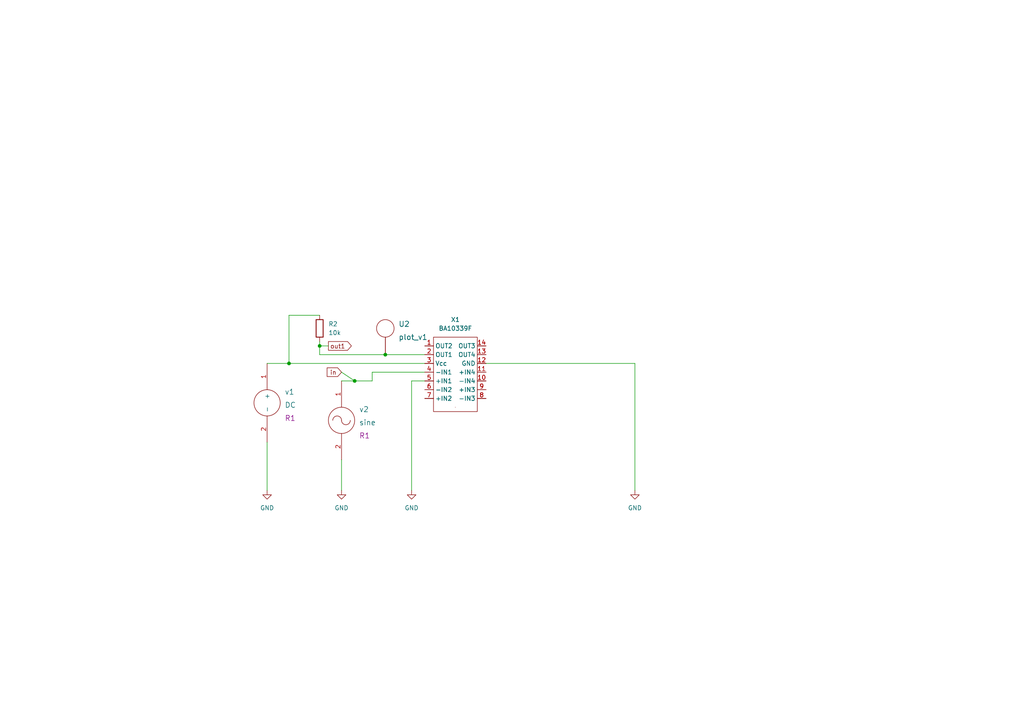
<source format=kicad_sch>
(kicad_sch (version 20211123) (generator eeschema)

  (uuid 1e5ffdd7-484e-4909-ab51-a734b8b7d09e)

  (paper "A4")

  (lib_symbols
    (symbol "eSim_Devices:resistor" (pin_numbers hide) (pin_names (offset 0)) (in_bom yes) (on_board yes)
      (property "Reference" "R" (id 0) (at 1.27 3.302 0)
        (effects (font (size 1.27 1.27)))
      )
      (property "Value" "resistor" (id 1) (at 1.27 -1.27 0)
        (effects (font (size 1.27 1.27)))
      )
      (property "Footprint" "" (id 2) (at 1.27 -0.508 0)
        (effects (font (size 0.762 0.762)))
      )
      (property "Datasheet" "" (id 3) (at 1.27 1.27 90)
        (effects (font (size 0.762 0.762)))
      )
      (property "ki_fp_filters" "R_* Resistor_*" (id 4) (at 0 0 0)
        (effects (font (size 1.27 1.27)) hide)
      )
      (symbol "resistor_0_1"
        (rectangle (start 3.81 0.254) (end -1.27 2.286)
          (stroke (width 0.254) (type default) (color 0 0 0 0))
          (fill (type none))
        )
      )
      (symbol "resistor_1_1"
        (pin passive line (at -2.54 1.27 0) (length 1.27)
          (name "~" (effects (font (size 1.524 1.524))))
          (number "1" (effects (font (size 1.524 1.524))))
        )
        (pin passive line (at 5.08 1.27 180) (length 1.27)
          (name "~" (effects (font (size 1.524 1.524))))
          (number "2" (effects (font (size 1.524 1.524))))
        )
      )
    )
    (symbol "eSim_Plot:plot_v1" (pin_names (offset 1.016)) (in_bom yes) (on_board yes)
      (property "Reference" "U" (id 0) (at 0 12.7 0)
        (effects (font (size 1.524 1.524)))
      )
      (property "Value" "plot_v1" (id 1) (at 5.08 8.89 0)
        (effects (font (size 1.524 1.524)))
      )
      (property "Footprint" "" (id 2) (at 0 0 0)
        (effects (font (size 1.524 1.524)))
      )
      (property "Datasheet" "" (id 3) (at 0 0 0)
        (effects (font (size 1.524 1.524)))
      )
      (symbol "plot_v1_0_1"
        (circle (center 0 12.7) (radius 2.54)
          (stroke (width 0) (type default) (color 0 0 0 0))
          (fill (type none))
        )
      )
      (symbol "plot_v1_1_1"
        (pin input line (at 0 5.08 90) (length 5.08)
          (name "~" (effects (font (size 1.27 1.27))))
          (number "~" (effects (font (size 1.27 1.27))))
        )
      )
    )
    (symbol "eSim_Power:eSim_GND" (power) (pin_names (offset 0)) (in_bom yes) (on_board yes)
      (property "Reference" "#PWR" (id 0) (at 0 -6.35 0)
        (effects (font (size 1.27 1.27)) hide)
      )
      (property "Value" "eSim_GND" (id 1) (at 0 -3.81 0)
        (effects (font (size 1.27 1.27)))
      )
      (property "Footprint" "" (id 2) (at 0 0 0)
        (effects (font (size 1.27 1.27)) hide)
      )
      (property "Datasheet" "" (id 3) (at 0 0 0)
        (effects (font (size 1.27 1.27)) hide)
      )
      (symbol "eSim_GND_0_1"
        (polyline
          (pts
            (xy 0 0)
            (xy 0 -1.27)
            (xy 1.27 -1.27)
            (xy 0 -2.54)
            (xy -1.27 -1.27)
            (xy 0 -1.27)
          )
          (stroke (width 0) (type default) (color 0 0 0 0))
          (fill (type none))
        )
      )
      (symbol "eSim_GND_1_1"
        (pin power_in line (at 0 0 270) (length 0) hide
          (name "GND" (effects (font (size 1.27 1.27))))
          (number "1" (effects (font (size 1.27 1.27))))
        )
      )
    )
    (symbol "eSim_Sources:DC" (pin_names (offset 1.016)) (in_bom yes) (on_board yes)
      (property "Reference" "v" (id 0) (at -5.08 2.54 0)
        (effects (font (size 1.524 1.524)))
      )
      (property "Value" "DC" (id 1) (at -5.08 -1.27 0)
        (effects (font (size 1.524 1.524)))
      )
      (property "Footprint" "R1" (id 2) (at -7.62 0 0)
        (effects (font (size 1.524 1.524)))
      )
      (property "Datasheet" "" (id 3) (at 0 0 0)
        (effects (font (size 1.524 1.524)))
      )
      (property "ki_fp_filters" "1_pin" (id 4) (at 0 0 0)
        (effects (font (size 1.27 1.27)) hide)
      )
      (symbol "DC_0_1"
        (circle (center 0 0) (radius 3.81)
          (stroke (width 0) (type default) (color 0 0 0 0))
          (fill (type none))
        )
      )
      (symbol "DC_1_1"
        (pin power_out line (at 0 11.43 270) (length 7.62)
          (name "+" (effects (font (size 1.27 1.27))))
          (number "1" (effects (font (size 1.27 1.27))))
        )
        (pin power_out line (at 0 -11.43 90) (length 7.62)
          (name "-" (effects (font (size 1.27 1.27))))
          (number "2" (effects (font (size 1.27 1.27))))
        )
      )
    )
    (symbol "eSim_Sources:sine" (pin_names (offset 1.016)) (in_bom yes) (on_board yes)
      (property "Reference" "v" (id 0) (at -5.08 2.54 0)
        (effects (font (size 1.524 1.524)))
      )
      (property "Value" "sine" (id 1) (at -5.08 -1.27 0)
        (effects (font (size 1.524 1.524)))
      )
      (property "Footprint" "R1" (id 2) (at -7.62 0 0)
        (effects (font (size 1.524 1.524)))
      )
      (property "Datasheet" "" (id 3) (at 0 0 0)
        (effects (font (size 1.524 1.524)))
      )
      (property "ki_fp_filters" "1_pin" (id 4) (at 0 0 0)
        (effects (font (size 1.27 1.27)) hide)
      )
      (symbol "sine_0_1"
        (arc (start 0 0) (mid -1.27 1.27) (end -2.54 0)
          (stroke (width 0) (type default) (color 0 0 0 0))
          (fill (type none))
        )
        (arc (start 0 0) (mid 1.27 -1.27) (end 2.54 0)
          (stroke (width 0) (type default) (color 0 0 0 0))
          (fill (type none))
        )
        (circle (center 0 0) (radius 3.81)
          (stroke (width 0) (type default) (color 0 0 0 0))
          (fill (type none))
        )
      )
      (symbol "sine_1_1"
        (pin input line (at 0 11.43 270) (length 7.62)
          (name "+" (effects (font (size 0 0))))
          (number "1" (effects (font (size 1.27 1.27))))
        )
        (pin input line (at 0 -11.43 90) (length 7.62)
          (name "-" (effects (font (size 0 0))))
          (number "2" (effects (font (size 1.27 1.27))))
        )
      )
    )
    (symbol "eSim_Subckt:BA10339F" (in_bom yes) (on_board yes)
      (property "Reference" "X" (id 0) (at 0 -11.43 0)
        (effects (font (size 1.27 1.27)))
      )
      (property "Value" "BA10339F" (id 1) (at 0 13.97 0)
        (effects (font (size 1.27 1.27)))
      )
      (property "Footprint" "" (id 2) (at 0 0 0)
        (effects (font (size 1.27 1.27)) hide)
      )
      (property "Datasheet" "" (id 3) (at 0 0 0)
        (effects (font (size 1.27 1.27)) hide)
      )
      (symbol "BA10339F_0_1"
        (rectangle (start -6.35 11.43) (end 6.35 -10.16)
          (stroke (width 0) (type default) (color 0 0 0 0))
          (fill (type none))
        )
        (rectangle (start 0 -8.89) (end 0 -8.89)
          (stroke (width 0) (type default) (color 0 0 0 0))
          (fill (type none))
        )
      )
      (symbol "BA10339F_1_1"
        (pin bidirectional line (at -8.89 8.89 0) (length 2.54)
          (name "OUT2" (effects (font (size 1.27 1.27))))
          (number "1" (effects (font (size 1.27 1.27))))
        )
        (pin input line (at 8.89 -1.27 180) (length 2.54)
          (name "-IN4" (effects (font (size 1.27 1.27))))
          (number "10" (effects (font (size 1.27 1.27))))
        )
        (pin input line (at 8.89 1.27 180) (length 2.54)
          (name "+IN4" (effects (font (size 1.27 1.27))))
          (number "11" (effects (font (size 1.27 1.27))))
        )
        (pin input line (at 8.89 3.81 180) (length 2.54)
          (name "GND" (effects (font (size 1.27 1.27))))
          (number "12" (effects (font (size 1.27 1.27))))
        )
        (pin bidirectional line (at 8.89 6.35 180) (length 2.54)
          (name "OUT4" (effects (font (size 1.27 1.27))))
          (number "13" (effects (font (size 1.27 1.27))))
        )
        (pin bidirectional line (at 8.89 8.89 180) (length 2.54)
          (name "OUT3" (effects (font (size 1.27 1.27))))
          (number "14" (effects (font (size 1.27 1.27))))
        )
        (pin bidirectional line (at -8.89 6.35 0) (length 2.54)
          (name "OUT1" (effects (font (size 1.27 1.27))))
          (number "2" (effects (font (size 1.27 1.27))))
        )
        (pin input line (at -8.89 3.81 0) (length 2.54)
          (name "Vcc" (effects (font (size 1.27 1.27))))
          (number "3" (effects (font (size 1.27 1.27))))
        )
        (pin input line (at -8.89 1.27 0) (length 2.54)
          (name "-IN1" (effects (font (size 1.27 1.27))))
          (number "4" (effects (font (size 1.27 1.27))))
        )
        (pin input line (at -8.89 -1.27 0) (length 2.54)
          (name "+IN1" (effects (font (size 1.27 1.27))))
          (number "5" (effects (font (size 1.27 1.27))))
        )
        (pin input line (at -8.89 -3.81 0) (length 2.54)
          (name "-IN2" (effects (font (size 1.27 1.27))))
          (number "6" (effects (font (size 1.27 1.27))))
        )
        (pin input line (at -8.89 -6.35 0) (length 2.54)
          (name "+IN2" (effects (font (size 1.27 1.27))))
          (number "7" (effects (font (size 1.27 1.27))))
        )
        (pin input line (at 8.89 -6.35 180) (length 2.54)
          (name "-IN3" (effects (font (size 1.27 1.27))))
          (number "8" (effects (font (size 1.27 1.27))))
        )
        (pin input line (at 8.89 -3.81 180) (length 2.54)
          (name "+IN3" (effects (font (size 1.27 1.27))))
          (number "9" (effects (font (size 1.27 1.27))))
        )
      )
    )
  )

  (junction (at 102.87 110.49) (diameter 0) (color 0 0 0 0)
    (uuid 4bb39646-1c0d-4dd1-852f-276789873c9c)
  )
  (junction (at 111.76 102.87) (diameter 0) (color 0 0 0 0)
    (uuid 61bd4396-dd18-4324-a132-2b6d24d3c147)
  )
  (junction (at 83.82 105.41) (diameter 0) (color 0 0 0 0)
    (uuid c857fe18-5bf7-4361-9846-7e3d9d042c1f)
  )
  (junction (at 92.71 100.33) (diameter 0) (color 0 0 0 0)
    (uuid ce4515ba-dc89-4d1f-950a-4e0ce448736f)
  )

  (wire (pts (xy 107.95 107.95) (xy 123.19 107.95))
    (stroke (width 0) (type default) (color 0 0 0 0))
    (uuid 06b9ae02-f7fc-4a69-885e-387cab2f8926)
  )
  (wire (pts (xy 184.15 105.41) (xy 184.15 142.24))
    (stroke (width 0) (type default) (color 0 0 0 0))
    (uuid 0ad37dd4-1b4b-40a2-92ef-41c67636249a)
  )
  (wire (pts (xy 83.82 91.44) (xy 83.82 105.41))
    (stroke (width 0) (type default) (color 0 0 0 0))
    (uuid 0c8eca49-db99-42a3-95db-db951f9ebb55)
  )
  (wire (pts (xy 92.71 99.06) (xy 92.71 100.33))
    (stroke (width 0) (type default) (color 0 0 0 0))
    (uuid 0eb498a0-2367-436b-a9e2-9cf9cc0ca3cc)
  )
  (wire (pts (xy 92.71 100.33) (xy 92.71 102.87))
    (stroke (width 0) (type default) (color 0 0 0 0))
    (uuid 10fab9ed-9ba0-447d-b2f4-ec86c94239b0)
  )
  (wire (pts (xy 99.06 107.95) (xy 102.87 110.49))
    (stroke (width 0) (type default) (color 0 0 0 0))
    (uuid 4528b31a-1718-479d-ae79-210b35f9480e)
  )
  (wire (pts (xy 92.71 100.33) (xy 95.25 100.33))
    (stroke (width 0) (type default) (color 0 0 0 0))
    (uuid 5823ffda-ca1e-4e19-af87-5590a7eff681)
  )
  (wire (pts (xy 102.87 110.49) (xy 107.95 110.49))
    (stroke (width 0) (type default) (color 0 0 0 0))
    (uuid 66a7011f-bc0b-477d-ac4b-5fc76a3673f5)
  )
  (wire (pts (xy 140.97 105.41) (xy 184.15 105.41))
    (stroke (width 0) (type default) (color 0 0 0 0))
    (uuid 6d905fd4-1397-4dba-85eb-4b844fadf89c)
  )
  (wire (pts (xy 77.47 105.41) (xy 83.82 105.41))
    (stroke (width 0) (type default) (color 0 0 0 0))
    (uuid 77e3021f-2921-4a2a-b0c8-c8d40a427b9d)
  )
  (wire (pts (xy 83.82 105.41) (xy 123.19 105.41))
    (stroke (width 0) (type default) (color 0 0 0 0))
    (uuid 7ae09e9a-5778-44fd-87b3-ec1bb48134b7)
  )
  (wire (pts (xy 99.06 110.49) (xy 102.87 110.49))
    (stroke (width 0) (type default) (color 0 0 0 0))
    (uuid 89a4e149-636b-4b88-9de2-933cf1356602)
  )
  (wire (pts (xy 119.38 110.49) (xy 119.38 142.24))
    (stroke (width 0) (type default) (color 0 0 0 0))
    (uuid 9aa379dd-4cc7-49a1-abe7-5d7d9f44e3d2)
  )
  (wire (pts (xy 107.95 107.95) (xy 107.95 110.49))
    (stroke (width 0) (type default) (color 0 0 0 0))
    (uuid 9b54b3ff-1102-4f6e-86ae-0117069a60c2)
  )
  (wire (pts (xy 77.47 128.27) (xy 77.47 142.24))
    (stroke (width 0) (type default) (color 0 0 0 0))
    (uuid af874595-24e7-405b-b22c-c8ac99b483d6)
  )
  (wire (pts (xy 123.19 110.49) (xy 119.38 110.49))
    (stroke (width 0) (type default) (color 0 0 0 0))
    (uuid b2b61eee-4336-4f28-b104-2d48101cc697)
  )
  (wire (pts (xy 83.82 91.44) (xy 92.71 91.44))
    (stroke (width 0) (type default) (color 0 0 0 0))
    (uuid b48ac4d7-67af-4a0d-9265-6484491c0aa4)
  )
  (wire (pts (xy 111.76 102.87) (xy 123.19 102.87))
    (stroke (width 0) (type default) (color 0 0 0 0))
    (uuid b8f8446c-0fbe-4597-8946-ff32ea5acb9e)
  )
  (wire (pts (xy 92.71 102.87) (xy 111.76 102.87))
    (stroke (width 0) (type default) (color 0 0 0 0))
    (uuid cd5f75c4-000a-40f7-9740-a5b90c9897c3)
  )
  (wire (pts (xy 99.06 133.35) (xy 99.06 142.24))
    (stroke (width 0) (type default) (color 0 0 0 0))
    (uuid f129caf7-a3fe-4ed9-9669-515a45b36248)
  )

  (global_label "out1" (shape output) (at 95.25 100.33 0) (fields_autoplaced)
    (effects (font (size 1.27 1.27)) (justify left))
    (uuid 27cf709a-9d11-47c5-9cd9-4240f0cb14f4)
    (property "Intersheet References" "${INTERSHEET_REFS}" (id 0) (at 101.8964 100.2506 0)
      (effects (font (size 1.27 1.27)) (justify left) hide)
    )
  )
  (global_label "in" (shape input) (at 99.06 107.95 180) (fields_autoplaced)
    (effects (font (size 1.27 1.27)) (justify right))
    (uuid 56978a89-dc5e-4fd7-8bcc-35429e9268a1)
    (property "Intersheet References" "${INTERSHEET_REFS}" (id 0) (at 94.8931 108.0294 0)
      (effects (font (size 1.27 1.27)) (justify right) hide)
    )
  )

  (symbol (lib_id "eSim_Plot:plot_v1") (at 111.76 107.95 0) (unit 1)
    (in_bom yes) (on_board yes) (fields_autoplaced)
    (uuid 00052726-944e-452b-a8db-2e7e89a14fb7)
    (property "Reference" "U2" (id 0) (at 115.57 93.98 0)
      (effects (font (size 1.524 1.524)) (justify left))
    )
    (property "Value" "plot_v1" (id 1) (at 115.57 97.79 0)
      (effects (font (size 1.524 1.524)) (justify left))
    )
    (property "Footprint" "" (id 2) (at 111.76 107.95 0)
      (effects (font (size 1.524 1.524)))
    )
    (property "Datasheet" "" (id 3) (at 111.76 107.95 0)
      (effects (font (size 1.524 1.524)))
    )
    (pin "~" (uuid 98f6e47f-c2d9-4e66-8ce5-a999b1ed348b))
  )

  (symbol (lib_id "eSim_Sources:DC") (at 77.47 116.84 0) (unit 1)
    (in_bom yes) (on_board yes) (fields_autoplaced)
    (uuid 0cf9c8f8-b6da-4c58-875a-96ceb4891b84)
    (property "Reference" "v1" (id 0) (at 82.55 113.665 0)
      (effects (font (size 1.524 1.524)) (justify left))
    )
    (property "Value" "DC" (id 1) (at 82.55 117.475 0)
      (effects (font (size 1.524 1.524)) (justify left))
    )
    (property "Footprint" "R1" (id 2) (at 82.55 121.285 0)
      (effects (font (size 1.524 1.524)) (justify left))
    )
    (property "Datasheet" "" (id 3) (at 77.47 116.84 0)
      (effects (font (size 1.524 1.524)))
    )
    (pin "1" (uuid dd72a3b7-211e-4152-96c8-fad9f0ae5580))
    (pin "2" (uuid b81e2a2d-c321-4901-b085-c55ed7177199))
  )

  (symbol (lib_id "eSim_Power:eSim_GND") (at 184.15 142.24 0) (unit 1)
    (in_bom yes) (on_board yes) (fields_autoplaced)
    (uuid 2103064b-803b-4062-b0f6-0e7eb9919fab)
    (property "Reference" "#PWR014" (id 0) (at 184.15 148.59 0)
      (effects (font (size 1.27 1.27)) hide)
    )
    (property "Value" "eSim_GND" (id 1) (at 184.15 147.32 0))
    (property "Footprint" "" (id 2) (at 184.15 142.24 0)
      (effects (font (size 1.27 1.27)) hide)
    )
    (property "Datasheet" "" (id 3) (at 184.15 142.24 0)
      (effects (font (size 1.27 1.27)) hide)
    )
    (pin "1" (uuid d8bf02c7-62ef-4214-90f0-e4deb86af712))
  )

  (symbol (lib_id "eSim_Power:eSim_GND") (at 77.47 142.24 0) (unit 1)
    (in_bom yes) (on_board yes) (fields_autoplaced)
    (uuid 46495f03-098b-4160-8ca0-8cd1e46fc6ab)
    (property "Reference" "#PWR01" (id 0) (at 77.47 148.59 0)
      (effects (font (size 1.27 1.27)) hide)
    )
    (property "Value" "eSim_GND" (id 1) (at 77.47 147.32 0))
    (property "Footprint" "" (id 2) (at 77.47 142.24 0)
      (effects (font (size 1.27 1.27)) hide)
    )
    (property "Datasheet" "" (id 3) (at 77.47 142.24 0)
      (effects (font (size 1.27 1.27)) hide)
    )
    (pin "1" (uuid 9264ee7f-4e3c-4fe3-af19-19bfa51163c1))
  )

  (symbol (lib_id "eSim_Sources:sine") (at 99.06 121.92 0) (unit 1)
    (in_bom yes) (on_board yes) (fields_autoplaced)
    (uuid 56e1f2bd-ecb4-46b0-b0f1-b907a89f1e87)
    (property "Reference" "v2" (id 0) (at 104.14 118.745 0)
      (effects (font (size 1.524 1.524)) (justify left))
    )
    (property "Value" "sine" (id 1) (at 104.14 122.555 0)
      (effects (font (size 1.524 1.524)) (justify left))
    )
    (property "Footprint" "R1" (id 2) (at 104.14 126.365 0)
      (effects (font (size 1.524 1.524)) (justify left))
    )
    (property "Datasheet" "" (id 3) (at 99.06 121.92 0)
      (effects (font (size 1.524 1.524)))
    )
    (pin "1" (uuid d6314392-d382-47ca-8f98-a8bd4bca2afb))
    (pin "2" (uuid 7c4a8265-77ec-41dc-9181-d8461c4b3b46))
  )

  (symbol (lib_id "eSim_Power:eSim_GND") (at 99.06 142.24 0) (unit 1)
    (in_bom yes) (on_board yes) (fields_autoplaced)
    (uuid 5fb84a2b-d53a-4e04-a441-4b258b9964ec)
    (property "Reference" "#PWR02" (id 0) (at 99.06 148.59 0)
      (effects (font (size 1.27 1.27)) hide)
    )
    (property "Value" "eSim_GND" (id 1) (at 99.06 147.32 0))
    (property "Footprint" "" (id 2) (at 99.06 142.24 0)
      (effects (font (size 1.27 1.27)) hide)
    )
    (property "Datasheet" "" (id 3) (at 99.06 142.24 0)
      (effects (font (size 1.27 1.27)) hide)
    )
    (pin "1" (uuid 4eda1934-d465-47fe-a7b2-3c308f9d893e))
  )

  (symbol (lib_id "eSim_Power:eSim_GND") (at 119.38 142.24 0) (unit 1)
    (in_bom yes) (on_board yes) (fields_autoplaced)
    (uuid a690a787-f938-49cf-8c74-c7a3ec40de54)
    (property "Reference" "#PWR07" (id 0) (at 119.38 148.59 0)
      (effects (font (size 1.27 1.27)) hide)
    )
    (property "Value" "eSim_GND" (id 1) (at 119.38 147.32 0))
    (property "Footprint" "" (id 2) (at 119.38 142.24 0)
      (effects (font (size 1.27 1.27)) hide)
    )
    (property "Datasheet" "" (id 3) (at 119.38 142.24 0)
      (effects (font (size 1.27 1.27)) hide)
    )
    (pin "1" (uuid 87a665ca-ed77-4db6-9666-655452c25ee2))
  )

  (symbol (lib_id "eSim_Devices:resistor") (at 93.98 96.52 90) (unit 1)
    (in_bom yes) (on_board yes) (fields_autoplaced)
    (uuid a76265b5-9f28-458d-aa9c-6c463f605735)
    (property "Reference" "R2" (id 0) (at 95.25 93.9799 90)
      (effects (font (size 1.27 1.27)) (justify right))
    )
    (property "Value" "10k" (id 1) (at 95.25 96.5199 90)
      (effects (font (size 1.27 1.27)) (justify right))
    )
    (property "Footprint" "" (id 2) (at 94.488 95.25 0)
      (effects (font (size 0.762 0.762)))
    )
    (property "Datasheet" "" (id 3) (at 92.71 95.25 90)
      (effects (font (size 0.762 0.762)))
    )
    (pin "1" (uuid 491b71a2-ef98-4b46-8fbd-dd6216dfb8e1))
    (pin "2" (uuid b9aeeacc-f1c4-496d-bb95-1d8118dd006c))
  )

  (symbol (lib_id "eSim_Subckt:BA10339F") (at 132.08 109.22 0) (unit 1)
    (in_bom yes) (on_board yes) (fields_autoplaced)
    (uuid b68c1ddf-6d68-4ce0-9b9f-1c26c84250ec)
    (property "Reference" "X1" (id 0) (at 132.08 92.71 0))
    (property "Value" "BA10339F" (id 1) (at 132.08 95.25 0))
    (property "Footprint" "" (id 2) (at 132.08 109.22 0)
      (effects (font (size 1.27 1.27)) hide)
    )
    (property "Datasheet" "" (id 3) (at 132.08 109.22 0)
      (effects (font (size 1.27 1.27)) hide)
    )
    (pin "1" (uuid 959b2bf8-88ff-4a27-a4d5-122059f26ace))
    (pin "10" (uuid 402a88dd-0542-4664-bb84-7b63b43de594))
    (pin "11" (uuid 202eab44-0931-40dc-a8ba-47ad0d73b681))
    (pin "12" (uuid 2862a749-18a5-4f0d-ab47-ea424f98bdd7))
    (pin "13" (uuid a178d3ac-e388-4ef2-b013-ed8463f57903))
    (pin "14" (uuid f857ed7b-554d-4eb6-a1fb-7aa42f554186))
    (pin "2" (uuid 57d4fe8d-0218-4ad5-8d88-612d208c7747))
    (pin "3" (uuid 00614152-3f03-4731-a285-1ba1ffa5a268))
    (pin "4" (uuid 4e35c371-69a0-414e-8820-e42f95a5f591))
    (pin "5" (uuid 45014824-a244-4509-af92-aac16da10b9d))
    (pin "6" (uuid 9181f5e9-3259-46d3-b117-619cd48555af))
    (pin "7" (uuid 33eb0222-0d7e-4048-aa1a-40cae2795c26))
    (pin "8" (uuid d99c5ac3-f4e1-4539-8124-28611a09840f))
    (pin "9" (uuid 528bb070-b9d5-4a7b-86c8-a9cb35d8db41))
  )

  (sheet_instances
    (path "/" (page "1"))
  )

  (symbol_instances
    (path "/46495f03-098b-4160-8ca0-8cd1e46fc6ab"
      (reference "#PWR01") (unit 1) (value "eSim_GND") (footprint "")
    )
    (path "/5fb84a2b-d53a-4e04-a441-4b258b9964ec"
      (reference "#PWR02") (unit 1) (value "eSim_GND") (footprint "")
    )
    (path "/a690a787-f938-49cf-8c74-c7a3ec40de54"
      (reference "#PWR07") (unit 1) (value "eSim_GND") (footprint "")
    )
    (path "/2103064b-803b-4062-b0f6-0e7eb9919fab"
      (reference "#PWR014") (unit 1) (value "eSim_GND") (footprint "")
    )
    (path "/a76265b5-9f28-458d-aa9c-6c463f605735"
      (reference "R2") (unit 1) (value "10k") (footprint "")
    )
    (path "/00052726-944e-452b-a8db-2e7e89a14fb7"
      (reference "U2") (unit 1) (value "plot_v1") (footprint "")
    )
    (path "/b68c1ddf-6d68-4ce0-9b9f-1c26c84250ec"
      (reference "X1") (unit 1) (value "BA10339F") (footprint "")
    )
    (path "/0cf9c8f8-b6da-4c58-875a-96ceb4891b84"
      (reference "v1") (unit 1) (value "DC") (footprint "R1")
    )
    (path "/56e1f2bd-ecb4-46b0-b0f1-b907a89f1e87"
      (reference "v2") (unit 1) (value "sine") (footprint "R1")
    )
  )
)

</source>
